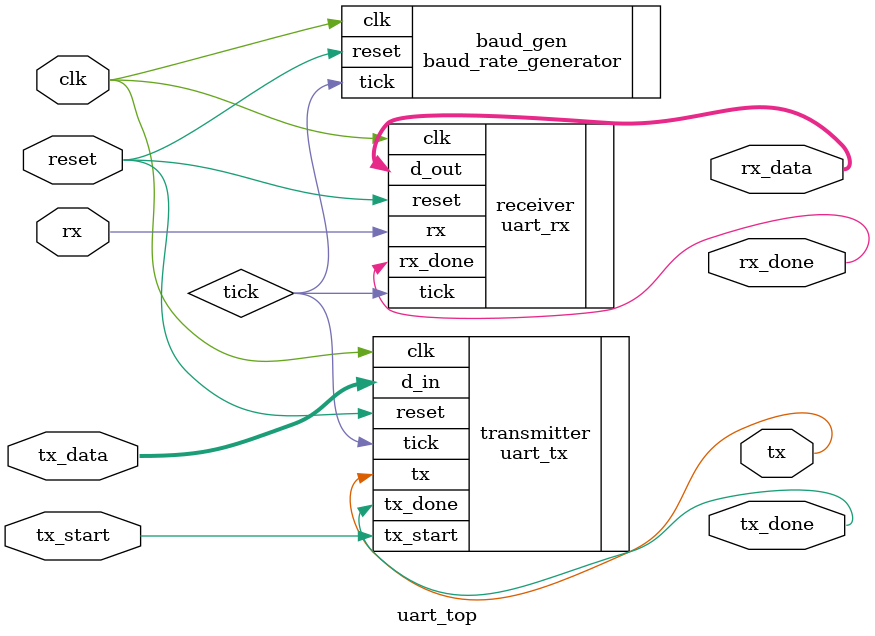
<source format=v>
module uart_top #(
    parameter CLOCK_FREQ = 100000000,  // Frecuencia del clock en Hz
    parameter BAUD_RATE = 9600,        // Baud rate deseado
    parameter DATA_BITS = 8,           // Bits de datos
    parameter STOP_BITS = 1            // Bits de stop
)(
    input wire clk,
    input wire reset,
    
    // Receptor
    input wire rx,
    output wire [DATA_BITS-1:0] rx_data,
    output wire rx_done,
    
    // Transmisor
    input wire tx_start,
    input wire [DATA_BITS-1:0] tx_data,
    output wire tx,
    output wire tx_done
);

    // Señal de tick del generador de baud rate
    wire tick;
    
    // Instancia del Baud Rate Generator
    baud_rate_generator #(
        .CLOCK_FREQ(CLOCK_FREQ),
        .BAUD_RATE(BAUD_RATE)
    ) baud_gen (
        .clk(clk),
        .reset(reset),
        .tick(tick)
    );
    
    // Instancia del Receptor UART
    uart_rx #(
        .DATA_BITS(DATA_BITS),
        .STOP_BITS(STOP_BITS)
    ) receiver (
        .clk(clk),
        .reset(reset),
        .rx(rx),
        .tick(tick),
        .d_out(rx_data),
        .rx_done(rx_done)
    );
    
    // Instancia del Transmisor UART
    uart_tx #(
        .DATA_BITS(DATA_BITS),
        .STOP_BITS(STOP_BITS)
    ) transmitter (
        .clk(clk),
        .reset(reset),
        .tx_start(tx_start),
        .tick(tick),
        .d_in(tx_data),
        .tx(tx),
        .tx_done(tx_done)
    );

endmodule
</source>
